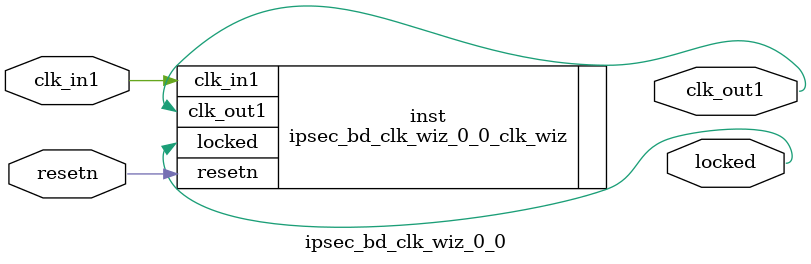
<source format=v>


`timescale 1ps/1ps

(* CORE_GENERATION_INFO = "ipsec_bd_clk_wiz_0_0,clk_wiz_v6_0_5_0_0,{component_name=ipsec_bd_clk_wiz_0_0,use_phase_alignment=false,use_min_o_jitter=false,use_max_i_jitter=false,use_dyn_phase_shift=false,use_inclk_switchover=false,use_dyn_reconfig=false,enable_axi=0,feedback_source=FDBK_AUTO,PRIMITIVE=MMCM,num_out_clk=1,clkin1_period=4.000,clkin2_period=10.0,use_power_down=false,use_reset=true,use_locked=true,use_inclk_stopped=false,feedback_type=SINGLE,CLOCK_MGR_TYPE=NA,manual_override=false}" *)

module ipsec_bd_clk_wiz_0_0 
 (
  // Clock out ports
  output        clk_out1,
  // Status and control signals
  input         resetn,
  output        locked,
 // Clock in ports
  input         clk_in1
 );

  ipsec_bd_clk_wiz_0_0_clk_wiz inst
  (
  // Clock out ports  
  .clk_out1(clk_out1),
  // Status and control signals               
  .resetn(resetn), 
  .locked(locked),
 // Clock in ports
  .clk_in1(clk_in1)
  );

endmodule

</source>
